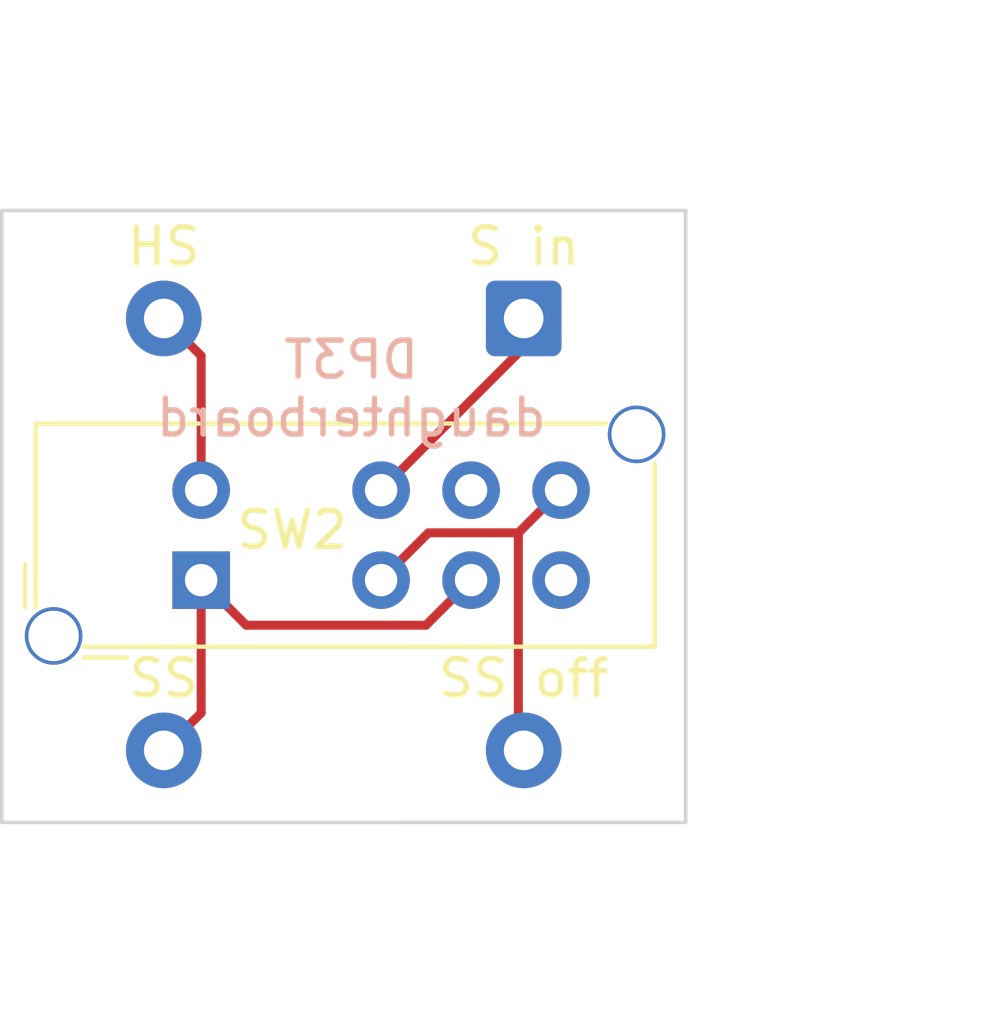
<source format=kicad_pcb>
(kicad_pcb (version 20211014) (generator pcbnew)
  (layers (0 "F.Cu" signal) (31 "B.Cu" signal) (34 "B.Paste" user) (35 "F.Paste" user) (36 "B.SilkS" user "B.Silkscreen") (37 "F.SilkS" user "F.Silkscreen") (38 "B.Mask" user) (39 "F.Mask" user) (44 "Edge.Cuts" user))
  (net 0 "")
  (net 1 "Board_0-/Octave and sync switches/HARD_SYNCA_P")
  (net 2 "Board_0-/Octave and sync switches/SOFT_SYNCA_P")
  (net 3 "Board_0-/Octave and sync switches/SOFT_SYNC_OFF_P")
  (net 4 "Board_0-/Octave and sync switches/SYNCA_P")
  (net 5 "Board_0-unconnected-(SW2-Pad4)")
  (net 6 "Board_0-unconnected-(SW2-Pad7)")
  (footprint "herovco:SolderWire-round_1x01_D0.9mm_OD2.1mm" (layer "F.Cu") (at 140.8 93)
    (fp_text reference "J16" hide)
    (fp_text value "Conn_01x01" hide)
    (pad "1" thru_hole circle (at 0 0) (size 2.1 2.1) (drill 1.1) (layers *.Cu *.Mask) (net 1 "Board_0-/Octave and sync switches/HARD_SYNCA_P"))
  )
  (footprint "herovco:SolderWire-round_1x01_D0.9mm_OD2.1mm" (layer "F.Cu") (at 150.8 105)
    (fp_text reference "J14" hide)
    (fp_text value "Conn_01x01" hide)
    (pad "1" thru_hole circle (at 0 0) (size 2.1 2.1) (drill 1.1) (layers *.Cu *.Mask) (net 2 "Board_0-/Octave and sync switches/SOFT_SYNCA_P"))
  )
  (footprint "herovco:SW_CK_OS203012MU5QP1_DP3T" (layer "F.Cu") (at 141.8382 100.2704)
    (fp_text reference "SW2" (at 2.5268 -1.3974 unlocked) (layer "F.SilkS"))
    (fp_text value "SW_DP3T")
    (fp_line (start -3.25 2.15) (end -2.05 2.15) (layer "F.SilkS") (width 0.12))
    (fp_line (start -4.6 -4.35) (end -4.6 0.75) (layer "F.SilkS") (width 0.12))
    (fp_line (start -4.6 -4.35) (end 11.25 -4.35) (layer "F.SilkS") (width 0.12))
    (fp_line (start -3.25 1.85) (end 12.6 1.85) (layer "F.SilkS") (width 0.12))
    (fp_line (start 12.6 1.85) (end 12.6 -3.25) (layer "F.SilkS") (width 0.12))
    (fp_line (start -4.9 -0.45) (end -4.9 0.75) (layer "F.SilkS") (width 0.12))
    (pad "" np_thru_hole circle (at -4.1 1.55 180) (size 1.6 1.6) (drill 1.4) (layers F&B.Cu *.Mask))
    (pad "" np_thru_hole circle (at 12.1 -4.05 180) (size 1.6 1.6) (drill 1.4) (layers F&B.Cu *.Mask))
    (pad "1" thru_hole rect (at 0 0 180) (size 1.6 1.6) (drill 0.9) (layers *.Cu *.Mask) (net 3 "Board_0-/Octave and sync switches/SOFT_SYNC_OFF_P"))
    (pad "2" thru_hole circle (at 5 0 180) (size 1.6 1.6) (drill 0.9) (layers *.Cu *.Mask) (net 2 "Board_0-/Octave and sync switches/SOFT_SYNCA_P"))
    (pad "3" thru_hole circle (at 7.5 0 180) (size 1.6 1.6) (drill 0.9) (layers *.Cu *.Mask) (net 3 "Board_0-/Octave and sync switches/SOFT_SYNC_OFF_P"))
    (pad "4" thru_hole circle (at 10 0 180) (size 1.6 1.6) (drill 0.9) (layers *.Cu *.Mask) (net 5 "Board_0-unconnected-(SW2-Pad4)"))
    (pad "5" thru_hole circle (at 0 -2.5 180) (size 1.6 1.6) (drill 0.9) (layers *.Cu *.Mask) (net 1 "Board_0-/Octave and sync switches/HARD_SYNCA_P"))
    (pad "6" thru_hole circle (at 5 -2.5 180) (size 1.6 1.6) (drill 0.9) (layers *.Cu *.Mask) (net 4 "Board_0-/Octave and sync switches/SYNCA_P"))
    (pad "7" thru_hole circle (at 7.5 -2.5 180) (size 1.6 1.6) (drill 0.9) (layers *.Cu *.Mask) (net 6 "Board_0-unconnected-(SW2-Pad7)"))
    (pad "8" thru_hole circle (at 10 -2.5 180) (size 1.6 1.6) (drill 0.9) (layers *.Cu *.Mask) (net 2 "Board_0-/Octave and sync switches/SOFT_SYNCA_P"))
  )
  (footprint "Connector_Wire:SolderWire-0.5sqmm_1x01_D0.9mm_OD2.1mm" (layer "F.Cu") (at 150.8 93)
    (fp_text reference "J13" hide)
    (fp_text value "Wire pads" hide)
    (pad "1" thru_hole roundrect locked (at 0 0) (size 2.1 2.1) (drill 1.1) (layers *.Cu *.Mask) (roundrect_rratio 0.119048) (net 4 "Board_0-/Octave and sync switches/SYNCA_P"))
  )
  (footprint "herovco:SolderWire-round_1x01_D0.9mm_OD2.1mm" (layer "F.Cu") (at 140.8 105)
    (fp_text reference "J15" hide)
    (fp_text value "Conn_01x01" hide)
    (pad "1" thru_hole circle (at 0 0) (size 2.1 2.1) (drill 1.1) (layers *.Cu *.Mask) (net 3 "Board_0-/Octave and sync switches/SOFT_SYNC_OFF_P"))
  )
  (footprint "ao_tht:Board_Marker" (layer "F.Cu") (at 147.8 90)
    (fp_text reference "B3")
    (fp_text value "Board")
  )
  (gr_line (start 155.300773 89.999365) (end 155.300634 107.000773) (layer "Edge.Cuts") (width 0.1))
  (gr_line (start 155.300634 107.000773) (end 136.3 107.001) (layer "Edge.Cuts") (width 0.1))
  (gr_line (start 136.299365 89.999226) (end 155.300773 89.999365) (layer "Edge.Cuts") (width 0.1))
  (gr_line (start 136.3 107.001) (end 136.299365 89.999226) (layer "Edge.Cuts") (width 0.1))
  (gr_text "DP3T\ndaughterboard" (at 146.01 94.951) (layer "B.SilkS") (effects (font (size 1 1)) (justify mirror)))
  (gr_text "SS" (at 140.8 103) (layer "F.SilkS") (effects (font (size 1 1))))
  (gr_text "HS" (at 140.8 91) (layer "F.SilkS") (effects (font (size 1 1))))
  (gr_text "SS off" (at 150.8 103) (layer "F.SilkS") (effects (font (size 1 1))))
  (gr_text "S in" (at 150.8 91) (layer "F.SilkS") (effects (font (size 1 1))))
  (segment (start 140.8 93) (end 141.8382 94.0382) (width 0.25) (layer "F.Cu") (net 1))
  (segment (start 141.8382 94.0382) (end 141.8382 97.7704) (width 0.25) (layer "F.Cu") (net 1))
  (segment (start 150.652 104.852) (end 150.8 105) (width 0.25) (layer "F.Cu") (net 2))
  (segment (start 150.652 98.9566) (end 151.8382 97.7704) (width 0.25) (layer "F.Cu") (net 2))
  (segment (start 148.152 98.9566) (end 150.652 98.9566) (width 0.25) (layer "F.Cu") (net 2))
  (segment (start 150.652 98.9566) (end 150.652 104.852) (width 0.25) (layer "F.Cu") (net 2))
  (segment (start 146.8382 100.2704) (end 148.152 98.9566) (width 0.25) (layer "F.Cu") (net 2))
  (segment (start 140.8 105) (end 141.8382 103.9618) (width 0.25) (layer "F.Cu") (net 3))
  (segment (start 148.0856 101.523) (end 149.3382 100.2704) (width 0.25) (layer "F.Cu") (net 3))
  (segment (start 143.0908 101.523) (end 148.0856 101.523) (width 0.25) (layer "F.Cu") (net 3))
  (segment (start 141.8382 100.2704) (end 143.0908 101.523) (width 0.25) (layer "F.Cu") (net 3))
  (segment (start 141.8382 103.9618) (end 141.8382 100.2704) (width 0.25) (layer "F.Cu") (net 3))
  (segment (start 150.8 93.8086) (end 146.8382 97.7704) (width 0.25) (layer "F.Cu") (net 4))
  (segment (start 150.8 93) (end 150.8 93.8086) (width 0.25) (layer "F.Cu") (net 4))
)
</source>
